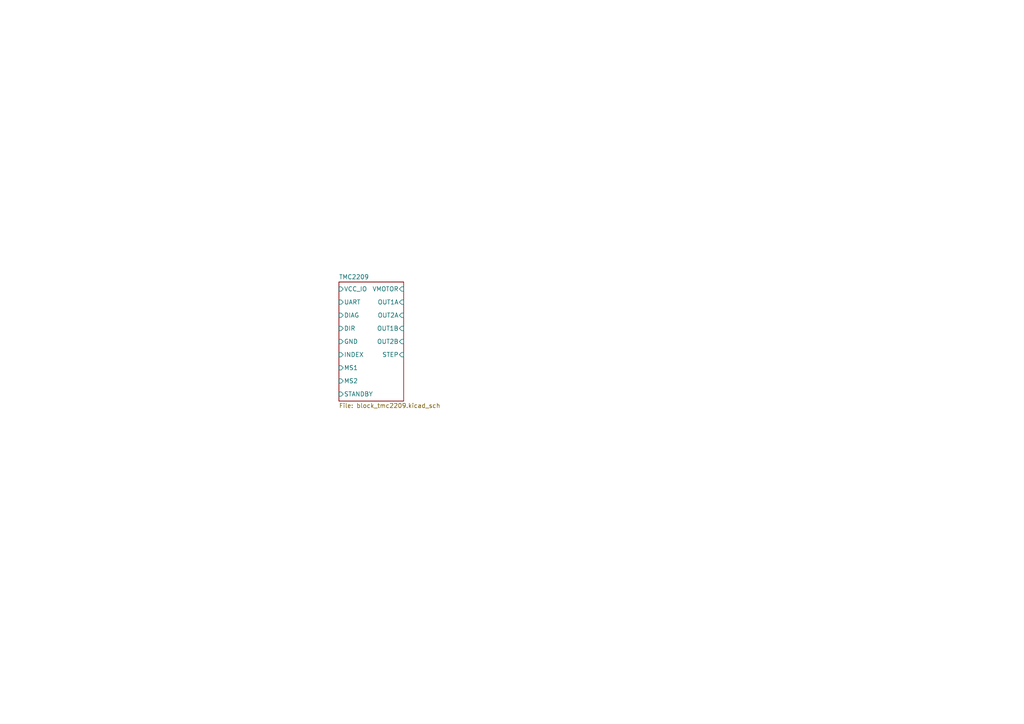
<source format=kicad_sch>
(kicad_sch
	(version 20250114)
	(generator "eeschema")
	(generator_version "9.0")
	(uuid "ab28fbfe-464f-4947-8b61-c081113c001e")
	(paper "A4")
	(lib_symbols)
	(sheet
		(at 98.298 81.788)
		(size 18.796 34.544)
		(exclude_from_sim no)
		(in_bom yes)
		(on_board yes)
		(dnp no)
		(fields_autoplaced yes)
		(stroke
			(width 0.1524)
			(type solid)
		)
		(fill
			(color 0 0 0 0.0000)
		)
		(uuid "7efd2ce0-e26e-471f-8598-f424aba0bca4")
		(property "Sheetname" "TMC2209"
			(at 98.298 81.0764 0)
			(effects
				(font
					(size 1.27 1.27)
				)
				(justify left bottom)
			)
		)
		(property "Sheetfile" "block_tmc2209.kicad_sch"
			(at 98.298 116.9166 0)
			(effects
				(font
					(size 1.27 1.27)
				)
				(justify left top)
			)
		)
		(pin "DIAG" input
			(at 98.298 91.44 180)
			(uuid "0be63092-97fb-4797-be58-46d66135f56f")
			(effects
				(font
					(size 1.27 1.27)
				)
				(justify left)
			)
		)
		(pin "DIR" input
			(at 98.298 95.25 180)
			(uuid "72d2b175-ada0-4c58-b680-1ddd328f3286")
			(effects
				(font
					(size 1.27 1.27)
				)
				(justify left)
			)
		)
		(pin "GND" input
			(at 98.298 99.06 180)
			(uuid "9535f464-806c-41fb-a368-41089b0e7114")
			(effects
				(font
					(size 1.27 1.27)
				)
				(justify left)
			)
		)
		(pin "INDEX" input
			(at 98.298 102.87 180)
			(uuid "478ae464-45bc-487e-bed4-abcb3b2da49b")
			(effects
				(font
					(size 1.27 1.27)
				)
				(justify left)
			)
		)
		(pin "MS1" input
			(at 98.298 106.68 180)
			(uuid "c13061e6-fae1-448a-bd08-b22b52e01543")
			(effects
				(font
					(size 1.27 1.27)
				)
				(justify left)
			)
		)
		(pin "MS2" input
			(at 98.298 110.49 180)
			(uuid "41bdc7bc-f8fa-4691-9725-161425615e04")
			(effects
				(font
					(size 1.27 1.27)
				)
				(justify left)
			)
		)
		(pin "OUT1A" input
			(at 117.094 87.63 0)
			(uuid "2924e0d8-9759-4b32-8148-501c1c8628a6")
			(effects
				(font
					(size 1.27 1.27)
				)
				(justify right)
			)
		)
		(pin "OUT1B" input
			(at 117.094 95.25 0)
			(uuid "5a565d66-2771-4a77-bb2c-acdf8ac71b2a")
			(effects
				(font
					(size 1.27 1.27)
				)
				(justify right)
			)
		)
		(pin "OUT2A" input
			(at 117.094 91.44 0)
			(uuid "aea97986-08fd-43ea-a6c9-e898e131cd0d")
			(effects
				(font
					(size 1.27 1.27)
				)
				(justify right)
			)
		)
		(pin "OUT2B" input
			(at 117.094 99.06 0)
			(uuid "ae57ab8c-f47e-465e-9c87-e0bd50bf128f")
			(effects
				(font
					(size 1.27 1.27)
				)
				(justify right)
			)
		)
		(pin "STANDBY" input
			(at 98.298 114.3 180)
			(uuid "54b5b46c-201a-4bba-88ef-5ddce2b997a5")
			(effects
				(font
					(size 1.27 1.27)
				)
				(justify left)
			)
		)
		(pin "STEP" input
			(at 117.094 102.87 0)
			(uuid "a0695cdd-7a3c-4f63-a0bc-5a8503ca4731")
			(effects
				(font
					(size 1.27 1.27)
				)
				(justify right)
			)
		)
		(pin "UART" input
			(at 98.298 87.63 180)
			(uuid "51598b3a-87ca-4ca2-adfd-0c38f019dcc2")
			(effects
				(font
					(size 1.27 1.27)
				)
				(justify left)
			)
		)
		(pin "VCC_IO" input
			(at 98.298 83.82 180)
			(uuid "b43af8d1-0221-4cdc-8a7d-37b13ee84715")
			(effects
				(font
					(size 1.27 1.27)
				)
				(justify left)
			)
		)
		(pin "VMOTOR" input
			(at 117.094 83.82 0)
			(uuid "a6d4dc47-f70d-401d-9a02-e1063fafee18")
			(effects
				(font
					(size 1.27 1.27)
				)
				(justify right)
			)
		)
		(instances
			(project "tmc2209"
				(path "/ab28fbfe-464f-4947-8b61-c081113c001e"
					(page "2")
				)
			)
		)
	)
	(sheet_instances
		(path "/"
			(page "1")
		)
	)
	(embedded_fonts no)
)

</source>
